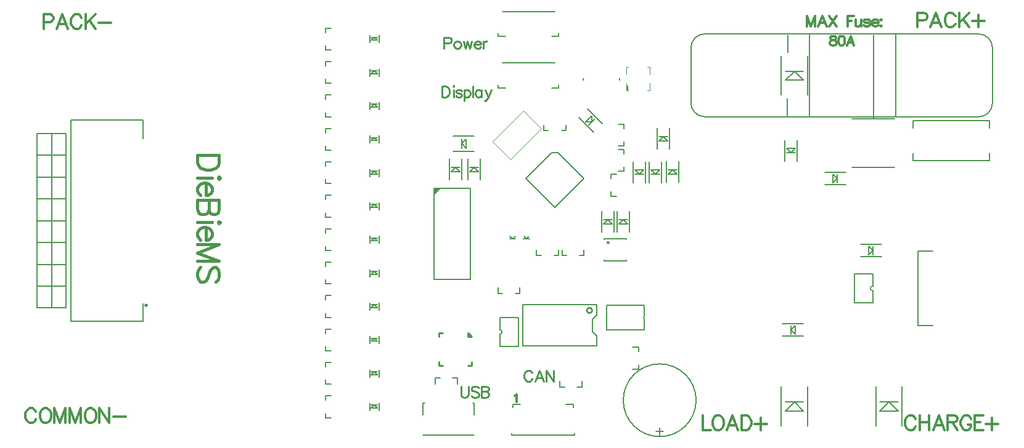
<source format=gto>
G04 Layer_Color=65535*
%FSAX24Y24*%
%MOIN*%
G70*
G01*
G75*
%ADD71C,0.0118*%
%ADD73C,0.0079*%
%ADD77C,0.0157*%
%ADD99C,0.0110*%
%ADD100C,0.0059*%
%ADD101C,0.0100*%
%ADD102C,0.0079*%
%ADD103C,0.0039*%
G36*
X279173Y190394D02*
Y190709D01*
X279488D01*
X279173Y190394D01*
D02*
G37*
D71*
X283504Y179492D02*
X283541Y179511D01*
X283598Y179567D01*
Y179173D01*
X305169Y178238D02*
X305131Y178313D01*
X305056Y178388D01*
X304981Y178425D01*
X304831D01*
X304756Y178388D01*
X304681Y178313D01*
X304644Y178238D01*
X304606Y178125D01*
Y177938D01*
X304644Y177825D01*
X304681Y177750D01*
X304756Y177675D01*
X304831Y177638D01*
X304981D01*
X305056Y177675D01*
X305131Y177750D01*
X305169Y177825D01*
X305390Y178425D02*
Y177638D01*
X305915Y178425D02*
Y177638D01*
X305390Y178050D02*
X305915D01*
X306732Y177638D02*
X306432Y178425D01*
X306132Y177638D01*
X306244Y177900D02*
X306619D01*
X306916Y178425D02*
Y177638D01*
Y178425D02*
X307253D01*
X307365Y178388D01*
X307403Y178350D01*
X307440Y178275D01*
Y178200D01*
X307403Y178125D01*
X307365Y178088D01*
X307253Y178050D01*
X306916D01*
X307178D02*
X307440Y177638D01*
X308179Y178238D02*
X308141Y178313D01*
X308066Y178388D01*
X307991Y178425D01*
X307841D01*
X307766Y178388D01*
X307692Y178313D01*
X307654Y178238D01*
X307617Y178125D01*
Y177938D01*
X307654Y177825D01*
X307692Y177750D01*
X307766Y177675D01*
X307841Y177638D01*
X307991D01*
X308066Y177675D01*
X308141Y177750D01*
X308179Y177825D01*
Y177938D01*
X307991D02*
X308179D01*
X308846Y178425D02*
X308359D01*
Y177638D01*
X308846D01*
X308359Y178050D02*
X308659D01*
X309315Y178313D02*
Y177638D01*
X308977Y177975D02*
X309652D01*
X293661Y178425D02*
Y177638D01*
X294111D01*
X294422Y178425D02*
X294347Y178388D01*
X294272Y178313D01*
X294235Y178238D01*
X294197Y178125D01*
Y177938D01*
X294235Y177825D01*
X294272Y177750D01*
X294347Y177675D01*
X294422Y177638D01*
X294572D01*
X294647Y177675D01*
X294722Y177750D01*
X294760Y177825D01*
X294797Y177938D01*
Y178125D01*
X294760Y178238D01*
X294722Y178313D01*
X294647Y178388D01*
X294572Y178425D01*
X294422D01*
X295581Y177638D02*
X295281Y178425D01*
X294981Y177638D01*
X295093Y177900D02*
X295468D01*
X295764Y178425D02*
Y177638D01*
Y178425D02*
X296027D01*
X296139Y178388D01*
X296214Y178313D01*
X296252Y178238D01*
X296289Y178125D01*
Y177938D01*
X296252Y177825D01*
X296214Y177750D01*
X296139Y177675D01*
X296027Y177638D01*
X295764D01*
X296803Y178313D02*
Y177638D01*
X296465Y177975D02*
X297140D01*
X257610Y178631D02*
X257572Y178706D01*
X257497Y178781D01*
X257422Y178819D01*
X257272D01*
X257197Y178781D01*
X257122Y178706D01*
X257085Y178631D01*
X257047Y178519D01*
Y178331D01*
X257085Y178219D01*
X257122Y178144D01*
X257197Y178069D01*
X257272Y178032D01*
X257422D01*
X257497Y178069D01*
X257572Y178144D01*
X257610Y178219D01*
X258056Y178819D02*
X257981Y178781D01*
X257906Y178706D01*
X257868Y178631D01*
X257831Y178519D01*
Y178331D01*
X257868Y178219D01*
X257906Y178144D01*
X257981Y178069D01*
X258056Y178032D01*
X258206D01*
X258281Y178069D01*
X258356Y178144D01*
X258393Y178219D01*
X258431Y178331D01*
Y178519D01*
X258393Y178631D01*
X258356Y178706D01*
X258281Y178781D01*
X258206Y178819D01*
X258056D01*
X258614D02*
Y178032D01*
Y178819D02*
X258914Y178032D01*
X259214Y178819D02*
X258914Y178032D01*
X259214Y178819D02*
Y178032D01*
X259439Y178819D02*
Y178032D01*
Y178819D02*
X259739Y178032D01*
X260039Y178819D02*
X259739Y178032D01*
X260039Y178819D02*
Y178032D01*
X260489Y178819D02*
X260414Y178781D01*
X260339Y178706D01*
X260301Y178631D01*
X260264Y178519D01*
Y178331D01*
X260301Y178219D01*
X260339Y178144D01*
X260414Y178069D01*
X260489Y178032D01*
X260639D01*
X260714Y178069D01*
X260788Y178144D01*
X260826Y178219D01*
X260863Y178331D01*
Y178519D01*
X260826Y178631D01*
X260788Y178706D01*
X260714Y178781D01*
X260639Y178819D01*
X260489D01*
X261047D02*
Y178032D01*
Y178819D02*
X261572Y178032D01*
Y178819D02*
Y178032D01*
X261789Y178369D02*
X262464D01*
X305276Y199824D02*
X305613D01*
X305725Y199861D01*
X305763Y199899D01*
X305800Y199974D01*
Y200086D01*
X305763Y200161D01*
X305725Y200199D01*
X305613Y200236D01*
X305276D01*
Y199449D01*
X306576D02*
X306276Y200236D01*
X305977Y199449D01*
X306089Y199711D02*
X306464D01*
X307322Y200049D02*
X307285Y200124D01*
X307210Y200199D01*
X307135Y200236D01*
X306985D01*
X306910Y200199D01*
X306835Y200124D01*
X306798Y200049D01*
X306760Y199936D01*
Y199749D01*
X306798Y199636D01*
X306835Y199561D01*
X306910Y199486D01*
X306985Y199449D01*
X307135D01*
X307210Y199486D01*
X307285Y199561D01*
X307322Y199636D01*
X307544Y200236D02*
Y199449D01*
X308068Y200236D02*
X307544Y199711D01*
X307731Y199899D02*
X308068Y199449D01*
X308582Y200124D02*
Y199449D01*
X308245Y199786D02*
X308919D01*
X258032Y199745D02*
X258369D01*
X258481Y199782D01*
X258519Y199820D01*
X258556Y199895D01*
Y200007D01*
X258519Y200082D01*
X258481Y200120D01*
X258369Y200157D01*
X258032D01*
Y199370D01*
X259332D02*
X259032Y200157D01*
X258733Y199370D01*
X258845Y199632D02*
X259220D01*
X260078Y199970D02*
X260041Y200045D01*
X259966Y200120D01*
X259891Y200157D01*
X259741D01*
X259666Y200120D01*
X259591Y200045D01*
X259553Y199970D01*
X259516Y199857D01*
Y199670D01*
X259553Y199558D01*
X259591Y199483D01*
X259666Y199408D01*
X259741Y199370D01*
X259891D01*
X259966Y199408D01*
X260041Y199483D01*
X260078Y199558D01*
X260299Y200157D02*
Y199370D01*
X260824Y200157D02*
X260299Y199632D01*
X260487Y199820D02*
X260824Y199370D01*
X261000Y199707D02*
X261675D01*
X299291Y200079D02*
Y199488D01*
Y200079D02*
X299516Y199488D01*
X299741Y200079D02*
X299516Y199488D01*
X299741Y200079D02*
Y199488D01*
X300360D02*
X300135Y200079D01*
X299910Y199488D01*
X299994Y199685D02*
X300275D01*
X300497Y200079D02*
X300891Y199488D01*
Y200079D02*
X300497Y199488D01*
X301487Y200079D02*
Y199488D01*
Y200079D02*
X301853D01*
X301487Y199797D02*
X301712D01*
X301920Y199882D02*
Y199601D01*
X301948Y199516D01*
X302004Y199488D01*
X302089D01*
X302145Y199516D01*
X302229Y199601D01*
Y199882D02*
Y199488D01*
X302693Y199797D02*
X302665Y199854D01*
X302581Y199882D01*
X302496D01*
X302412Y199854D01*
X302384Y199797D01*
X302412Y199741D01*
X302468Y199713D01*
X302609Y199685D01*
X302665Y199657D01*
X302693Y199601D01*
Y199573D01*
X302665Y199516D01*
X302581Y199488D01*
X302496D01*
X302412Y199516D01*
X302384Y199573D01*
X302817Y199713D02*
X303154D01*
Y199769D01*
X303126Y199826D01*
X303098Y199854D01*
X303042Y199882D01*
X302958D01*
X302901Y199854D01*
X302845Y199797D01*
X302817Y199713D01*
Y199657D01*
X302845Y199573D01*
X302901Y199516D01*
X302958Y199488D01*
X303042D01*
X303098Y199516D01*
X303154Y199573D01*
X303309Y199882D02*
X303281Y199854D01*
X303309Y199826D01*
X303337Y199854D01*
X303309Y199882D01*
Y199544D02*
X303281Y199516D01*
X303309Y199488D01*
X303337Y199516D01*
X303309Y199544D01*
X300673Y198976D02*
X300600Y198952D01*
X300576Y198903D01*
Y198854D01*
X300600Y198806D01*
X300649Y198781D01*
X300746Y198757D01*
X300819Y198733D01*
X300868Y198684D01*
X300892Y198635D01*
Y198562D01*
X300868Y198513D01*
X300844Y198489D01*
X300770Y198465D01*
X300673D01*
X300600Y198489D01*
X300576Y198513D01*
X300551Y198562D01*
Y198635D01*
X300576Y198684D01*
X300624Y198733D01*
X300697Y198757D01*
X300795Y198781D01*
X300844Y198806D01*
X300868Y198854D01*
Y198903D01*
X300844Y198952D01*
X300770Y198976D01*
X300673D01*
X301153D02*
X301080Y198952D01*
X301031Y198879D01*
X301007Y198757D01*
Y198684D01*
X301031Y198562D01*
X301080Y198489D01*
X301153Y198465D01*
X301202D01*
X301275Y198489D01*
X301324Y198562D01*
X301348Y198684D01*
Y198757D01*
X301324Y198879D01*
X301275Y198952D01*
X301202Y198976D01*
X301153D01*
X301852Y198465D02*
X301657Y198976D01*
X301462Y198465D01*
X301536Y198635D02*
X301779D01*
D73*
X282689Y182828D02*
G03*
X282689Y183078I000000J000125D01*
G01*
X293307Y179252D02*
G03*
X293307Y179252I-001969J000000D01*
G01*
X302862Y185440D02*
G03*
X302862Y185190I000000J-000125D01*
G01*
X293032Y195354D02*
G03*
X293779Y194606I000744J-000004D01*
G01*
X308583D02*
G03*
X309331Y195354I000004J000744D01*
G01*
X309331Y198347D02*
G03*
X308583Y199094I-000744J000004D01*
G01*
X293779Y199094D02*
G03*
X293032Y198346I-000004J-000744D01*
G01*
X282689Y182165D02*
X283689D01*
Y183740D01*
X282689D02*
X283689D01*
X282689Y183078D02*
Y183740D01*
Y182165D02*
Y182828D01*
X291339Y177382D02*
Y177776D01*
X291142Y177579D02*
X291535D01*
X280433Y190728D02*
X281102D01*
X279134D02*
X280443D01*
X279134Y185807D02*
Y190728D01*
Y185807D02*
X281102D01*
Y190728D01*
X305020Y194390D02*
X309154D01*
Y193996D02*
Y194390D01*
X305020Y193996D02*
Y194390D01*
Y192224D02*
Y192618D01*
Y192224D02*
X309154D01*
Y192618D01*
X287244Y187087D02*
Y187402D01*
X286063Y187087D02*
Y187402D01*
X287008Y187087D02*
X287244D01*
X286063D02*
X286299D01*
X285866D02*
Y187402D01*
X284685Y187087D02*
Y187402D01*
X285630Y187087D02*
X285866D01*
X284685D02*
X284921D01*
X289882Y182126D02*
X290197D01*
X289882Y180945D02*
X290197D01*
Y181890D02*
Y182126D01*
Y180945D02*
Y181181D01*
X283780Y185039D02*
Y185354D01*
X282598Y185039D02*
Y185354D01*
X283543Y185039D02*
X283780D01*
X282598D02*
X282835D01*
X288701Y190315D02*
X289016D01*
X288701Y191496D02*
X289016D01*
X288701Y190315D02*
Y190551D01*
Y191260D02*
Y191496D01*
X286260Y193858D02*
Y194173D01*
X285079Y193858D02*
Y194173D01*
X286024Y193858D02*
X286260D01*
X285079D02*
X285315D01*
X289094Y192835D02*
X289409D01*
X289094Y191654D02*
X289409D01*
Y192598D02*
Y192835D01*
Y191654D02*
Y191890D01*
X289094Y194213D02*
X289409D01*
X289094Y193032D02*
X289409D01*
Y193976D02*
Y194213D01*
Y193032D02*
Y193268D01*
X273268Y198228D02*
X273583D01*
X273268Y199409D02*
X273583D01*
X273268Y198228D02*
Y198465D01*
Y199173D02*
Y199409D01*
Y196417D02*
X273583D01*
X273268Y197598D02*
X273583D01*
X273268Y196417D02*
Y196654D01*
Y197362D02*
Y197598D01*
Y194606D02*
X273583D01*
X273268Y195787D02*
X273583D01*
X273268Y194606D02*
Y194843D01*
Y195551D02*
Y195787D01*
Y192795D02*
X273583D01*
X273268Y193976D02*
X273583D01*
X273268Y192795D02*
Y193032D01*
Y193740D02*
Y193976D01*
Y190984D02*
X273583D01*
X273268Y192165D02*
X273583D01*
X273268Y190984D02*
Y191220D01*
Y191929D02*
Y192165D01*
Y189173D02*
X273583D01*
X273268Y190354D02*
X273583D01*
X273268Y189173D02*
Y189409D01*
Y190118D02*
Y190354D01*
Y187362D02*
X273583D01*
X273268Y188543D02*
X273583D01*
X273268Y187362D02*
Y187598D01*
Y188307D02*
Y188543D01*
Y185551D02*
X273583D01*
X273268Y186732D02*
X273583D01*
X273268Y185551D02*
Y185787D01*
Y186496D02*
Y186732D01*
Y183740D02*
X273583D01*
X273268Y184921D02*
X273583D01*
X273268Y183740D02*
Y183976D01*
Y184685D02*
Y184921D01*
Y181929D02*
X273583D01*
X273268Y183110D02*
X273583D01*
X273268Y181929D02*
Y182165D01*
Y182874D02*
Y183110D01*
Y180118D02*
X273583D01*
X273268Y181299D02*
X273583D01*
X273268Y180118D02*
Y180354D01*
Y181063D02*
Y181299D01*
Y178307D02*
X273583D01*
X273268Y179488D02*
X273583D01*
X273268Y178307D02*
Y178543D01*
Y179252D02*
Y179488D01*
X289173Y196594D02*
Y196713D01*
X287205Y196594D02*
Y196713D01*
X282835Y200315D02*
X285669D01*
X282618Y198976D02*
X283012D01*
X282618D02*
Y199134D01*
X285492Y198976D02*
X285886D01*
Y199134D01*
X282835Y197520D02*
X285669D01*
X282618Y196181D02*
X283012D01*
X282618D02*
Y196339D01*
X285492Y196181D02*
X285886D01*
Y196339D01*
X263390Y193445D02*
Y194429D01*
Y183524D02*
Y184508D01*
X259492Y194429D02*
X263390D01*
X259492Y183524D02*
Y194429D01*
Y183524D02*
X263390D01*
X283406Y178858D02*
Y179016D01*
X283799D01*
X286673Y178858D02*
Y179016D01*
X286280D02*
X286673D01*
X283346Y177362D02*
Y177480D01*
Y177362D02*
X286732D01*
Y177480D01*
X278543Y178465D02*
Y179094D01*
X278622D01*
X281220D02*
X281299D01*
Y178465D02*
Y179094D01*
X278543Y177362D02*
X281299D01*
X288346Y187953D02*
Y187992D01*
X289528D01*
Y187953D02*
Y187992D01*
X288346Y186811D02*
Y186850D01*
Y186811D02*
X289528D01*
Y186850D01*
X283925Y184429D02*
X287925D01*
X283925Y182185D02*
Y184429D01*
Y182185D02*
X287925D01*
X287701Y182970D02*
Y183644D01*
X287925Y183868D01*
Y184429D01*
X287701Y182970D02*
X287925Y182746D01*
Y182185D02*
Y182746D01*
X285504Y192670D02*
X285835D01*
X287245Y191260D01*
X285669Y189684D02*
X287245Y191260D01*
X284094D02*
X285669Y189684D01*
X284094Y191260D02*
X285504Y192670D01*
X298130Y197075D02*
X299114D01*
X298130Y196583D02*
X298622Y197075D01*
X299114Y196583D01*
X298130D02*
X299114D01*
X299331Y195787D02*
Y197913D01*
X297913Y195787D02*
Y197913D01*
X283228Y187992D02*
X283543D01*
X283386D02*
X283524Y188130D01*
X283248D02*
X283386Y187992D01*
X276154Y198622D02*
Y199016D01*
X275657Y198622D02*
Y199016D01*
X275728Y198913D02*
X276083D01*
X275906D02*
X276063Y198756D01*
X275748D02*
X275906Y198913D01*
X275748Y198756D02*
X276063D01*
X276154Y196811D02*
Y197205D01*
X275657Y196811D02*
Y197205D01*
X275728Y197102D02*
X276083D01*
X275906D02*
X276063Y196945D01*
X275748D02*
X275906Y197102D01*
X275748Y196945D02*
X276063D01*
X276154Y195000D02*
Y195394D01*
X275657Y195000D02*
Y195394D01*
X275728Y195291D02*
X276083D01*
X275906D02*
X276063Y195134D01*
X275748D02*
X275906Y195291D01*
X275748Y195134D02*
X276063D01*
X276154Y193189D02*
Y193583D01*
X275657Y193189D02*
Y193583D01*
X275728Y193480D02*
X276083D01*
X275906D02*
X276063Y193323D01*
X275748D02*
X275906Y193480D01*
X275748Y193323D02*
X276063D01*
X276154Y191378D02*
Y191772D01*
X275657Y191378D02*
Y191772D01*
X275728Y191669D02*
X276083D01*
X275906D02*
X276063Y191512D01*
X275748D02*
X275906Y191669D01*
X275748Y191512D02*
X276063D01*
X276154Y189567D02*
Y189961D01*
X275657Y189567D02*
Y189961D01*
X275728Y189858D02*
X276083D01*
X275906D02*
X276063Y189701D01*
X275748D02*
X275906Y189858D01*
X275748Y189701D02*
X276063D01*
X276154Y187756D02*
Y188150D01*
X275657Y187756D02*
Y188150D01*
X275728Y188047D02*
X276083D01*
X275906D02*
X276063Y187890D01*
X275748D02*
X275906Y188047D01*
X275748Y187890D02*
X276063D01*
X276154Y185945D02*
Y186339D01*
X275657Y185945D02*
Y186339D01*
X275728Y186236D02*
X276083D01*
X275906D02*
X276063Y186079D01*
X275748D02*
X275906Y186236D01*
X275748Y186079D02*
X276063D01*
X276154Y184134D02*
Y184528D01*
X275657Y184134D02*
Y184528D01*
X275728Y184425D02*
X276083D01*
X275906D02*
X276063Y184268D01*
X275748D02*
X275906Y184425D01*
X275748Y184268D02*
X276063D01*
X276154Y182323D02*
Y182717D01*
X275657Y182323D02*
Y182717D01*
X275728Y182614D02*
X276083D01*
X275906D02*
X276063Y182457D01*
X275748D02*
X275906Y182614D01*
X275748Y182457D02*
X276063D01*
X276154Y180512D02*
Y180906D01*
X275657Y180512D02*
Y180906D01*
X275728Y180803D02*
X276083D01*
X275906D02*
X276063Y180646D01*
X275748D02*
X275906Y180803D01*
X275748Y180646D02*
X276063D01*
X276154Y178701D02*
Y179094D01*
X275657Y178701D02*
Y179094D01*
X275728Y178992D02*
X276083D01*
X275906D02*
X276063Y178835D01*
X275748D02*
X275906Y178992D01*
X275748Y178835D02*
X276063D01*
X279980Y191209D02*
Y192343D01*
X280650Y191209D02*
Y192343D01*
X280079Y191642D02*
X280551D01*
X280315Y191878D02*
X280551Y191642D01*
X280079D02*
X280315Y191878D01*
X280079Y191878D02*
X280551D01*
X280965Y191209D02*
Y192343D01*
X281634Y191209D02*
Y192343D01*
X281063Y191642D02*
X281535D01*
X281299Y191878D02*
X281535Y191642D01*
X281063D02*
X281299Y191878D01*
X281063Y191878D02*
X281535D01*
X280642Y192913D02*
Y193386D01*
X280642Y193150D02*
X280878Y192913D01*
X280642Y193150D02*
X280878Y193386D01*
Y192913D02*
Y193386D01*
X280177Y193563D02*
X281311D01*
X280177Y192736D02*
X281311D01*
X291437Y191043D02*
Y192177D01*
X290768Y191043D02*
Y192177D01*
X290866Y191744D02*
X291339D01*
X290866D02*
X291102Y191508D01*
X291339Y191744D01*
X290866Y191508D02*
X291339D01*
X288209Y188374D02*
Y189508D01*
X288878Y188374D02*
Y189508D01*
X288307Y188807D02*
X288780D01*
X288543Y189043D02*
X288780Y188807D01*
X288307D02*
X288543Y189043D01*
X288307Y189043D02*
X288780D01*
X297972Y182736D02*
X299106D01*
X297972Y183406D02*
X299106D01*
X298673Y182835D02*
Y183307D01*
X298437Y183071D02*
X298673Y183307D01*
X298437Y183071D02*
X298673Y182835D01*
X298437D02*
Y183307D01*
X291713Y191051D02*
Y192185D01*
X292382Y191051D02*
Y192185D01*
X291811Y191484D02*
X292283D01*
X292047Y191720D02*
X292283Y191484D01*
X291811D02*
X292047Y191720D01*
X291811Y191720D02*
X292283D01*
X289035Y188374D02*
Y189508D01*
X289705Y188374D02*
Y189508D01*
X289134Y188807D02*
X289606D01*
X289370Y189043D02*
X289606Y188807D01*
X289134D02*
X289370Y189043D01*
X289134Y189043D02*
X289606D01*
X291201Y192862D02*
Y193996D01*
X291870Y192862D02*
Y193996D01*
X291299Y193295D02*
X291772D01*
X291535Y193531D02*
X291772Y193295D01*
X291299D02*
X291535Y193531D01*
X291299Y193531D02*
X291772D01*
X290571Y191043D02*
Y192177D01*
X289902Y191043D02*
Y192177D01*
X290000Y191744D02*
X290472D01*
X290000D02*
X290236Y191508D01*
X290472Y191744D01*
X290000Y191508D02*
X290472D01*
X298760Y192185D02*
Y193319D01*
X298091Y192185D02*
Y193319D01*
X298189Y192886D02*
X298661D01*
X298189D02*
X298425Y192650D01*
X298661Y192886D01*
X298189Y192650D02*
X298661D01*
X287437Y195044D02*
X288239Y194242D01*
X286964Y194571D02*
X287765Y193769D01*
X287340Y194334D02*
X287674Y194668D01*
X287340Y194334D02*
X287674D01*
Y194668D01*
X287507Y194167D02*
X287841Y194501D01*
X300264Y191594D02*
X301398D01*
X300264Y190925D02*
X301398D01*
X300697Y191024D02*
Y191496D01*
Y191024D02*
X300933Y191260D01*
X300697Y191496D02*
X300933Y191260D01*
X300933Y191024D02*
Y191496D01*
X298130Y179161D02*
X299114D01*
X298130Y178669D02*
X298622Y179161D01*
X299114Y178669D01*
X298130D02*
X299114D01*
X299331Y177874D02*
Y180000D01*
X297913Y177874D02*
Y180000D01*
X303248Y179161D02*
X304232D01*
X303248Y178669D02*
X303740Y179161D01*
X304232Y178669D01*
X303248D02*
X304232D01*
X304449Y177874D02*
Y180000D01*
X303032Y177874D02*
Y180000D01*
X305315Y183307D02*
X306102D01*
X305315D02*
Y187323D01*
X306102D01*
X302193Y187697D02*
X303327D01*
X302193Y187028D02*
X303327D01*
X302626Y187126D02*
Y187598D01*
Y187126D02*
X302862Y187362D01*
X302626Y187598D02*
X302862Y187362D01*
X302862Y187126D02*
Y187598D01*
X283976Y187992D02*
X284291D01*
X284134D02*
X284272Y188130D01*
X283996D02*
X284134Y187992D01*
X279213Y180138D02*
Y180472D01*
X280394Y180138D02*
Y180472D01*
X279213D02*
X279468D01*
X280138D02*
X280394D01*
X302862Y185440D02*
Y186102D01*
Y184528D02*
Y185190D01*
X301862Y184528D02*
X302862D01*
X301862D02*
Y186102D01*
X302862D01*
X287126Y179961D02*
Y180295D01*
X285945Y179961D02*
Y180295D01*
X286870Y179961D02*
X287126D01*
X285945D02*
X286201D01*
X301748Y194514D02*
X304032D01*
X301748Y191864D02*
X304032D01*
X257677Y193701D02*
X259252D01*
Y184252D02*
Y193701D01*
X257677Y184252D02*
X259252D01*
X257677D02*
Y193701D01*
Y185433D02*
X259252D01*
X257677Y186614D02*
X259252D01*
X257677Y187795D02*
X259252D01*
X257677Y188976D02*
X259252D01*
X257677Y190157D02*
X259252D01*
X257677Y191339D02*
X259252D01*
X257677Y192520D02*
X259252D01*
X258465Y184252D02*
Y193701D01*
X297677Y194606D02*
X308583D01*
X293779D02*
X297677D01*
X293032Y195354D02*
Y198346D01*
X309331Y195354D02*
Y198346D01*
X293779Y199094D02*
X308583D01*
X298268Y198110D02*
Y199016D01*
X298228Y194606D02*
Y195591D01*
X304094Y194606D02*
Y199094D01*
X302913Y194528D02*
Y199016D01*
X299449Y194606D02*
Y199094D01*
D77*
X267519Y192520D02*
X266339D01*
X267519D02*
Y192126D01*
X267463Y191957D01*
X267351Y191845D01*
X267238Y191789D01*
X267070Y191732D01*
X266788D01*
X266620Y191789D01*
X266507Y191845D01*
X266395Y191957D01*
X266339Y192126D01*
Y192520D01*
X267519Y191356D02*
X267463Y191299D01*
X267519Y191243D01*
X267576Y191299D01*
X267519Y191356D01*
X267126Y191299D02*
X266339D01*
X266788Y191035D02*
Y190360D01*
X266901D01*
X267013Y190417D01*
X267070Y190473D01*
X267126Y190585D01*
Y190754D01*
X267070Y190867D01*
X266957Y190979D01*
X266788Y191035D01*
X266676D01*
X266507Y190979D01*
X266395Y190867D01*
X266339Y190754D01*
Y190585D01*
X266395Y190473D01*
X266507Y190360D01*
X267519Y190107D02*
X266339D01*
X267519D02*
Y189601D01*
X267463Y189433D01*
X267407Y189376D01*
X267295Y189320D01*
X267182D01*
X267070Y189376D01*
X267013Y189433D01*
X266957Y189601D01*
Y190107D02*
Y189601D01*
X266901Y189433D01*
X266845Y189376D01*
X266732Y189320D01*
X266564D01*
X266451Y189376D01*
X266395Y189433D01*
X266339Y189601D01*
Y190107D01*
X267519Y188943D02*
X267463Y188887D01*
X267519Y188831D01*
X267576Y188887D01*
X267519Y188943D01*
X267126Y188887D02*
X266339D01*
X266788Y188623D02*
Y187948D01*
X266901D01*
X267013Y188004D01*
X267070Y188061D01*
X267126Y188173D01*
Y188342D01*
X267070Y188454D01*
X266957Y188567D01*
X266788Y188623D01*
X266676D01*
X266507Y188567D01*
X266395Y188454D01*
X266339Y188342D01*
Y188173D01*
X266395Y188061D01*
X266507Y187948D01*
X267519Y187695D02*
X266339D01*
X267519D02*
X266339Y187245D01*
X267519Y186795D02*
X266339Y187245D01*
X267519Y186795D02*
X266339D01*
X267351Y185671D02*
X267463Y185783D01*
X267519Y185952D01*
Y186177D01*
X267463Y186346D01*
X267351Y186458D01*
X267238D01*
X267126Y186402D01*
X267070Y186346D01*
X267013Y186233D01*
X266901Y185896D01*
X266845Y185783D01*
X266788Y185727D01*
X266676Y185671D01*
X266507D01*
X266395Y185783D01*
X266339Y185952D01*
Y186177D01*
X266395Y186346D01*
X266507Y186458D01*
D99*
X263623Y184402D02*
G03*
X263623Y184402I-000056J000000D01*
G01*
D100*
X290512Y183804D02*
G03*
X290512Y183676I000000J-000064D01*
G01*
Y183804D02*
Y184409D01*
Y183071D02*
Y183676D01*
X288465Y183071D02*
X290512D01*
X288465D02*
Y184409D01*
X290512D01*
D101*
X288583Y187795D02*
G03*
X288583Y187795I-000039J000000D01*
G01*
X287685Y184118D02*
G03*
X287685Y184118I-000142J000000D01*
G01*
X280965Y182697D02*
Y182894D01*
X281161Y182697D01*
X280965D02*
X281161D01*
Y181122D02*
Y181319D01*
X280965Y181122D02*
X281161D01*
X279390D02*
X279587D01*
X279390D02*
Y181319D01*
Y182697D02*
Y182894D01*
X279587D01*
X280591Y180009D02*
Y179581D01*
X280619Y179495D01*
X280676Y179438D01*
X280762Y179409D01*
X280819D01*
X280905Y179438D01*
X280962Y179495D01*
X280990Y179581D01*
Y180009D01*
X281556Y179924D02*
X281499Y179981D01*
X281413Y180009D01*
X281299D01*
X281213Y179981D01*
X281156Y179924D01*
Y179866D01*
X281185Y179809D01*
X281213Y179781D01*
X281270Y179752D01*
X281442Y179695D01*
X281499Y179667D01*
X281527Y179638D01*
X281556Y179581D01*
Y179495D01*
X281499Y179438D01*
X281413Y179409D01*
X281299D01*
X281213Y179438D01*
X281156Y179495D01*
X281690Y180009D02*
Y179409D01*
Y180009D02*
X281947D01*
X282033Y179981D01*
X282062Y179952D01*
X282090Y179895D01*
Y179838D01*
X282062Y179781D01*
X282033Y179752D01*
X281947Y179724D01*
X281690D02*
X281947D01*
X282033Y179695D01*
X282062Y179667D01*
X282090Y179609D01*
Y179524D01*
X282062Y179467D01*
X282033Y179438D01*
X281947Y179409D01*
X281690D01*
X284444Y180733D02*
X284416Y180790D01*
X284359Y180847D01*
X284301Y180875D01*
X284187D01*
X284130Y180847D01*
X284073Y180790D01*
X284044Y180733D01*
X284016Y180647D01*
Y180504D01*
X284044Y180418D01*
X284073Y180361D01*
X284130Y180304D01*
X284187Y180276D01*
X284301D01*
X284359Y180304D01*
X284416Y180361D01*
X284444Y180418D01*
X285070Y180276D02*
X284841Y180875D01*
X284613Y180276D01*
X284698Y180476D02*
X284984D01*
X285210Y180875D02*
Y180276D01*
Y180875D02*
X285610Y180276D01*
Y180875D02*
Y180276D01*
X279567Y196269D02*
Y195669D01*
Y196269D02*
X279767D01*
X279853Y196241D01*
X279910Y196183D01*
X279938Y196126D01*
X279967Y196041D01*
Y195898D01*
X279938Y195812D01*
X279910Y195755D01*
X279853Y195698D01*
X279767Y195669D01*
X279567D01*
X280158Y196269D02*
X280187Y196241D01*
X280215Y196269D01*
X280187Y196298D01*
X280158Y196269D01*
X280187Y196069D02*
Y195669D01*
X280635Y195984D02*
X280607Y196041D01*
X280521Y196069D01*
X280435D01*
X280350Y196041D01*
X280321Y195984D01*
X280350Y195926D01*
X280407Y195898D01*
X280550Y195869D01*
X280607Y195841D01*
X280635Y195784D01*
Y195755D01*
X280607Y195698D01*
X280521Y195669D01*
X280435D01*
X280350Y195698D01*
X280321Y195755D01*
X280761Y196069D02*
Y195469D01*
Y195984D02*
X280818Y196041D01*
X280875Y196069D01*
X280961D01*
X281018Y196041D01*
X281075Y195984D01*
X281104Y195898D01*
Y195841D01*
X281075Y195755D01*
X281018Y195698D01*
X280961Y195669D01*
X280875D01*
X280818Y195698D01*
X280761Y195755D01*
X281232Y196269D02*
Y195669D01*
X281701Y196069D02*
Y195669D01*
Y195984D02*
X281644Y196041D01*
X281586Y196069D01*
X281501D01*
X281444Y196041D01*
X281387Y195984D01*
X281358Y195898D01*
Y195841D01*
X281387Y195755D01*
X281444Y195698D01*
X281501Y195669D01*
X281586D01*
X281644Y195698D01*
X281701Y195755D01*
X281889Y196069D02*
X282061Y195669D01*
X282232Y196069D02*
X282061Y195669D01*
X282004Y195555D01*
X281946Y195498D01*
X281889Y195469D01*
X281861D01*
X279685Y198593D02*
X279942D01*
X280028Y198621D01*
X280056Y198650D01*
X280085Y198707D01*
Y198793D01*
X280056Y198850D01*
X280028Y198878D01*
X279942Y198907D01*
X279685D01*
Y198307D01*
X280362Y198707D02*
X280305Y198678D01*
X280248Y198621D01*
X280219Y198536D01*
Y198478D01*
X280248Y198393D01*
X280305Y198336D01*
X280362Y198307D01*
X280448D01*
X280505Y198336D01*
X280562Y198393D01*
X280591Y198478D01*
Y198536D01*
X280562Y198621D01*
X280505Y198678D01*
X280448Y198707D01*
X280362D01*
X280722D02*
X280836Y198307D01*
X280950Y198707D02*
X280836Y198307D01*
X280950Y198707D02*
X281065Y198307D01*
X281179Y198707D02*
X281065Y198307D01*
X281319Y198536D02*
X281662D01*
Y198593D01*
X281633Y198650D01*
X281605Y198678D01*
X281548Y198707D01*
X281462D01*
X281405Y198678D01*
X281348Y198621D01*
X281319Y198536D01*
Y198478D01*
X281348Y198393D01*
X281405Y198336D01*
X281462Y198307D01*
X281548D01*
X281605Y198336D01*
X281662Y198393D01*
X281790Y198707D02*
Y198307D01*
Y198536D02*
X281819Y198621D01*
X281876Y198678D01*
X281933Y198707D01*
X282019D01*
D102*
X293779Y199094D02*
D03*
D103*
X283970Y194944D02*
X284944Y193970D01*
X283274Y192300D02*
X284944Y193970D01*
X282300Y193274D02*
X283274Y192300D01*
X282300Y193274D02*
X283970Y194944D01*
X289557Y196024D02*
Y196309D01*
X289587D01*
Y196024D02*
Y196309D01*
Y196024D02*
X289616D01*
Y196309D01*
X289528D02*
X289616D01*
X290669Y196024D02*
X290787D01*
Y196417D01*
Y196890D02*
Y197283D01*
X290669D02*
X290787D01*
X289528D02*
X289646D01*
X289528Y196890D02*
Y197283D01*
Y196024D02*
Y196417D01*
Y196024D02*
X289646D01*
M02*

</source>
